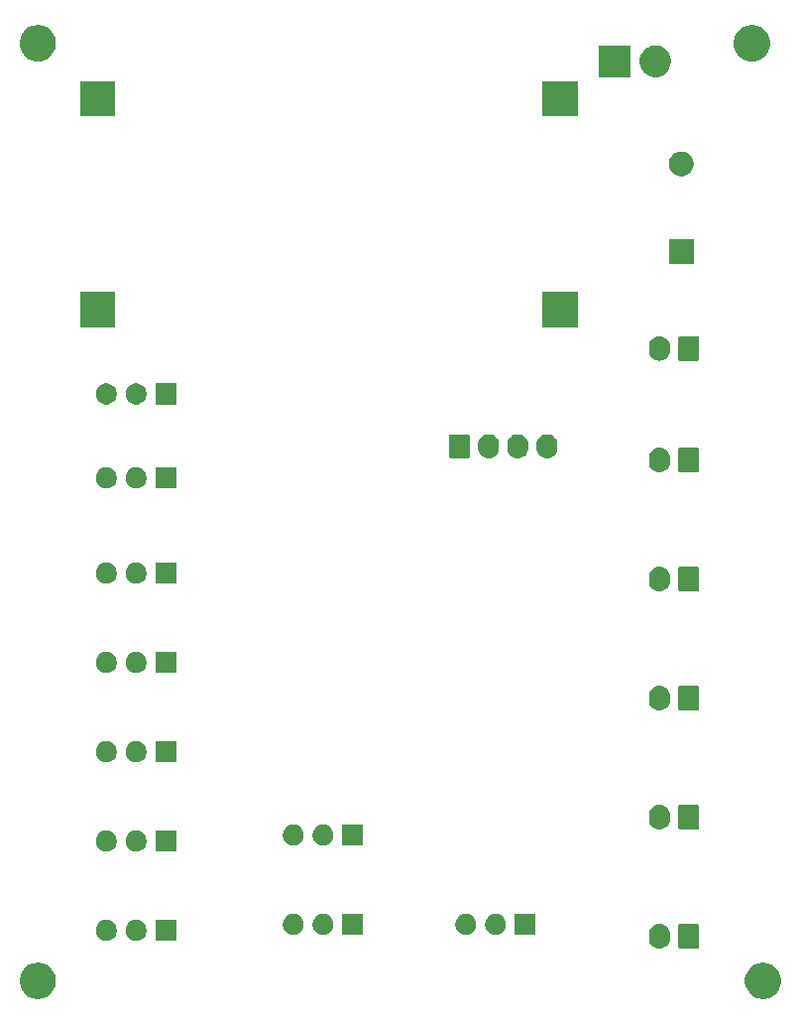
<source format=gbr>
G04 #@! TF.GenerationSoftware,KiCad,Pcbnew,5.1.5*
G04 #@! TF.CreationDate,2020-03-10T21:27:45+01:00*
G04 #@! TF.ProjectId,carte_PCA9685,63617274-655f-4504-9341-393638352e6b,rev?*
G04 #@! TF.SameCoordinates,Original*
G04 #@! TF.FileFunction,Soldermask,Bot*
G04 #@! TF.FilePolarity,Negative*
%FSLAX46Y46*%
G04 Gerber Fmt 4.6, Leading zero omitted, Abs format (unit mm)*
G04 Created by KiCad (PCBNEW 5.1.5) date 2020-03-10 21:27:45*
%MOMM*%
%LPD*%
G04 APERTURE LIST*
%ADD10C,0.100000*%
G04 APERTURE END LIST*
D10*
G36*
X187246585Y-110478802D02*
G01*
X187396410Y-110508604D01*
X187678674Y-110625521D01*
X187932705Y-110795259D01*
X188148741Y-111011295D01*
X188318479Y-111265326D01*
X188435396Y-111547590D01*
X188495000Y-111847240D01*
X188495000Y-112152760D01*
X188435396Y-112452410D01*
X188318479Y-112734674D01*
X188148741Y-112988705D01*
X187932705Y-113204741D01*
X187678674Y-113374479D01*
X187396410Y-113491396D01*
X187246585Y-113521198D01*
X187096761Y-113551000D01*
X186791239Y-113551000D01*
X186641415Y-113521198D01*
X186491590Y-113491396D01*
X186209326Y-113374479D01*
X185955295Y-113204741D01*
X185739259Y-112988705D01*
X185569521Y-112734674D01*
X185452604Y-112452410D01*
X185393000Y-112152760D01*
X185393000Y-111847240D01*
X185452604Y-111547590D01*
X185569521Y-111265326D01*
X185739259Y-111011295D01*
X185955295Y-110795259D01*
X186209326Y-110625521D01*
X186491590Y-110508604D01*
X186641415Y-110478802D01*
X186791239Y-110449000D01*
X187096761Y-110449000D01*
X187246585Y-110478802D01*
G37*
G36*
X125302585Y-110478802D02*
G01*
X125452410Y-110508604D01*
X125734674Y-110625521D01*
X125988705Y-110795259D01*
X126204741Y-111011295D01*
X126374479Y-111265326D01*
X126491396Y-111547590D01*
X126551000Y-111847240D01*
X126551000Y-112152760D01*
X126491396Y-112452410D01*
X126374479Y-112734674D01*
X126204741Y-112988705D01*
X125988705Y-113204741D01*
X125734674Y-113374479D01*
X125452410Y-113491396D01*
X125302585Y-113521198D01*
X125152761Y-113551000D01*
X124847239Y-113551000D01*
X124697415Y-113521198D01*
X124547590Y-113491396D01*
X124265326Y-113374479D01*
X124011295Y-113204741D01*
X123795259Y-112988705D01*
X123625521Y-112734674D01*
X123508604Y-112452410D01*
X123449000Y-112152760D01*
X123449000Y-111847240D01*
X123508604Y-111547590D01*
X123625521Y-111265326D01*
X123795259Y-111011295D01*
X124011295Y-110795259D01*
X124265326Y-110625521D01*
X124547590Y-110508604D01*
X124697415Y-110478802D01*
X124847239Y-110449000D01*
X125152761Y-110449000D01*
X125302585Y-110478802D01*
G37*
G36*
X178270627Y-107166037D02*
G01*
X178440466Y-107217557D01*
X178596991Y-107301222D01*
X178632729Y-107330552D01*
X178734186Y-107413814D01*
X178817448Y-107515271D01*
X178846778Y-107551009D01*
X178930443Y-107707534D01*
X178981963Y-107877374D01*
X178981963Y-107877376D01*
X178992707Y-107986456D01*
X178995000Y-108009743D01*
X178995000Y-108398258D01*
X178981963Y-108530627D01*
X178930443Y-108700466D01*
X178846778Y-108856991D01*
X178817448Y-108892729D01*
X178734186Y-108994186D01*
X178596989Y-109106779D01*
X178440467Y-109190442D01*
X178440465Y-109190443D01*
X178270626Y-109241963D01*
X178094000Y-109259359D01*
X177917373Y-109241963D01*
X177747534Y-109190443D01*
X177591009Y-109106778D01*
X177548750Y-109072097D01*
X177453814Y-108994186D01*
X177341221Y-108856989D01*
X177257558Y-108700467D01*
X177257557Y-108700465D01*
X177206037Y-108530626D01*
X177193000Y-108398257D01*
X177193000Y-108009742D01*
X177206037Y-107877373D01*
X177257557Y-107707534D01*
X177341222Y-107551009D01*
X177453815Y-107413815D01*
X177591010Y-107301222D01*
X177747535Y-107217557D01*
X177917374Y-107166037D01*
X178094000Y-107148641D01*
X178270627Y-107166037D01*
G37*
G36*
X181352600Y-107156989D02*
G01*
X181385652Y-107167015D01*
X181416103Y-107183292D01*
X181442799Y-107205201D01*
X181464708Y-107231897D01*
X181480985Y-107262348D01*
X181491011Y-107295400D01*
X181495000Y-107335903D01*
X181495000Y-109072097D01*
X181491011Y-109112600D01*
X181480985Y-109145652D01*
X181464708Y-109176103D01*
X181442799Y-109202799D01*
X181416103Y-109224708D01*
X181385652Y-109240985D01*
X181352600Y-109251011D01*
X181312097Y-109255000D01*
X179875903Y-109255000D01*
X179835400Y-109251011D01*
X179802348Y-109240985D01*
X179771897Y-109224708D01*
X179745201Y-109202799D01*
X179723292Y-109176103D01*
X179707015Y-109145652D01*
X179696989Y-109112600D01*
X179693000Y-109072097D01*
X179693000Y-107335903D01*
X179696989Y-107295400D01*
X179707015Y-107262348D01*
X179723292Y-107231897D01*
X179745201Y-107205201D01*
X179771897Y-107183292D01*
X179802348Y-107167015D01*
X179835400Y-107156989D01*
X179875903Y-107153000D01*
X181312097Y-107153000D01*
X181352600Y-107156989D01*
G37*
G36*
X136831000Y-108597000D02*
G01*
X135029000Y-108597000D01*
X135029000Y-106795000D01*
X136831000Y-106795000D01*
X136831000Y-108597000D01*
G37*
G36*
X133503512Y-106799927D02*
G01*
X133652812Y-106829624D01*
X133816784Y-106897544D01*
X133964354Y-106996147D01*
X134089853Y-107121646D01*
X134188456Y-107269216D01*
X134256376Y-107433188D01*
X134291000Y-107607259D01*
X134291000Y-107784741D01*
X134256376Y-107958812D01*
X134188456Y-108122784D01*
X134089853Y-108270354D01*
X133964354Y-108395853D01*
X133816784Y-108494456D01*
X133652812Y-108562376D01*
X133503512Y-108592073D01*
X133478742Y-108597000D01*
X133301258Y-108597000D01*
X133276488Y-108592073D01*
X133127188Y-108562376D01*
X132963216Y-108494456D01*
X132815646Y-108395853D01*
X132690147Y-108270354D01*
X132591544Y-108122784D01*
X132523624Y-107958812D01*
X132489000Y-107784741D01*
X132489000Y-107607259D01*
X132523624Y-107433188D01*
X132591544Y-107269216D01*
X132690147Y-107121646D01*
X132815646Y-106996147D01*
X132963216Y-106897544D01*
X133127188Y-106829624D01*
X133276488Y-106799927D01*
X133301258Y-106795000D01*
X133478742Y-106795000D01*
X133503512Y-106799927D01*
G37*
G36*
X130963512Y-106799927D02*
G01*
X131112812Y-106829624D01*
X131276784Y-106897544D01*
X131424354Y-106996147D01*
X131549853Y-107121646D01*
X131648456Y-107269216D01*
X131716376Y-107433188D01*
X131751000Y-107607259D01*
X131751000Y-107784741D01*
X131716376Y-107958812D01*
X131648456Y-108122784D01*
X131549853Y-108270354D01*
X131424354Y-108395853D01*
X131276784Y-108494456D01*
X131112812Y-108562376D01*
X130963512Y-108592073D01*
X130938742Y-108597000D01*
X130761258Y-108597000D01*
X130736488Y-108592073D01*
X130587188Y-108562376D01*
X130423216Y-108494456D01*
X130275646Y-108395853D01*
X130150147Y-108270354D01*
X130051544Y-108122784D01*
X129983624Y-107958812D01*
X129949000Y-107784741D01*
X129949000Y-107607259D01*
X129983624Y-107433188D01*
X130051544Y-107269216D01*
X130150147Y-107121646D01*
X130275646Y-106996147D01*
X130423216Y-106897544D01*
X130587188Y-106829624D01*
X130736488Y-106799927D01*
X130761258Y-106795000D01*
X130938742Y-106795000D01*
X130963512Y-106799927D01*
G37*
G36*
X164197512Y-106291927D02*
G01*
X164346812Y-106321624D01*
X164510784Y-106389544D01*
X164658354Y-106488147D01*
X164783853Y-106613646D01*
X164882456Y-106761216D01*
X164950376Y-106925188D01*
X164985000Y-107099259D01*
X164985000Y-107276741D01*
X164950376Y-107450812D01*
X164882456Y-107614784D01*
X164783853Y-107762354D01*
X164658354Y-107887853D01*
X164510784Y-107986456D01*
X164346812Y-108054376D01*
X164197512Y-108084073D01*
X164172742Y-108089000D01*
X163995258Y-108089000D01*
X163970488Y-108084073D01*
X163821188Y-108054376D01*
X163657216Y-107986456D01*
X163509646Y-107887853D01*
X163384147Y-107762354D01*
X163285544Y-107614784D01*
X163217624Y-107450812D01*
X163183000Y-107276741D01*
X163183000Y-107099259D01*
X163217624Y-106925188D01*
X163285544Y-106761216D01*
X163384147Y-106613646D01*
X163509646Y-106488147D01*
X163657216Y-106389544D01*
X163821188Y-106321624D01*
X163970488Y-106291927D01*
X163995258Y-106287000D01*
X164172742Y-106287000D01*
X164197512Y-106291927D01*
G37*
G36*
X167525000Y-108089000D02*
G01*
X165723000Y-108089000D01*
X165723000Y-106287000D01*
X167525000Y-106287000D01*
X167525000Y-108089000D01*
G37*
G36*
X146925512Y-106291927D02*
G01*
X147074812Y-106321624D01*
X147238784Y-106389544D01*
X147386354Y-106488147D01*
X147511853Y-106613646D01*
X147610456Y-106761216D01*
X147678376Y-106925188D01*
X147713000Y-107099259D01*
X147713000Y-107276741D01*
X147678376Y-107450812D01*
X147610456Y-107614784D01*
X147511853Y-107762354D01*
X147386354Y-107887853D01*
X147238784Y-107986456D01*
X147074812Y-108054376D01*
X146925512Y-108084073D01*
X146900742Y-108089000D01*
X146723258Y-108089000D01*
X146698488Y-108084073D01*
X146549188Y-108054376D01*
X146385216Y-107986456D01*
X146237646Y-107887853D01*
X146112147Y-107762354D01*
X146013544Y-107614784D01*
X145945624Y-107450812D01*
X145911000Y-107276741D01*
X145911000Y-107099259D01*
X145945624Y-106925188D01*
X146013544Y-106761216D01*
X146112147Y-106613646D01*
X146237646Y-106488147D01*
X146385216Y-106389544D01*
X146549188Y-106321624D01*
X146698488Y-106291927D01*
X146723258Y-106287000D01*
X146900742Y-106287000D01*
X146925512Y-106291927D01*
G37*
G36*
X149465512Y-106291927D02*
G01*
X149614812Y-106321624D01*
X149778784Y-106389544D01*
X149926354Y-106488147D01*
X150051853Y-106613646D01*
X150150456Y-106761216D01*
X150218376Y-106925188D01*
X150253000Y-107099259D01*
X150253000Y-107276741D01*
X150218376Y-107450812D01*
X150150456Y-107614784D01*
X150051853Y-107762354D01*
X149926354Y-107887853D01*
X149778784Y-107986456D01*
X149614812Y-108054376D01*
X149465512Y-108084073D01*
X149440742Y-108089000D01*
X149263258Y-108089000D01*
X149238488Y-108084073D01*
X149089188Y-108054376D01*
X148925216Y-107986456D01*
X148777646Y-107887853D01*
X148652147Y-107762354D01*
X148553544Y-107614784D01*
X148485624Y-107450812D01*
X148451000Y-107276741D01*
X148451000Y-107099259D01*
X148485624Y-106925188D01*
X148553544Y-106761216D01*
X148652147Y-106613646D01*
X148777646Y-106488147D01*
X148925216Y-106389544D01*
X149089188Y-106321624D01*
X149238488Y-106291927D01*
X149263258Y-106287000D01*
X149440742Y-106287000D01*
X149465512Y-106291927D01*
G37*
G36*
X152793000Y-108089000D02*
G01*
X150991000Y-108089000D01*
X150991000Y-106287000D01*
X152793000Y-106287000D01*
X152793000Y-108089000D01*
G37*
G36*
X161657512Y-106291927D02*
G01*
X161806812Y-106321624D01*
X161970784Y-106389544D01*
X162118354Y-106488147D01*
X162243853Y-106613646D01*
X162342456Y-106761216D01*
X162410376Y-106925188D01*
X162445000Y-107099259D01*
X162445000Y-107276741D01*
X162410376Y-107450812D01*
X162342456Y-107614784D01*
X162243853Y-107762354D01*
X162118354Y-107887853D01*
X161970784Y-107986456D01*
X161806812Y-108054376D01*
X161657512Y-108084073D01*
X161632742Y-108089000D01*
X161455258Y-108089000D01*
X161430488Y-108084073D01*
X161281188Y-108054376D01*
X161117216Y-107986456D01*
X160969646Y-107887853D01*
X160844147Y-107762354D01*
X160745544Y-107614784D01*
X160677624Y-107450812D01*
X160643000Y-107276741D01*
X160643000Y-107099259D01*
X160677624Y-106925188D01*
X160745544Y-106761216D01*
X160844147Y-106613646D01*
X160969646Y-106488147D01*
X161117216Y-106389544D01*
X161281188Y-106321624D01*
X161430488Y-106291927D01*
X161455258Y-106287000D01*
X161632742Y-106287000D01*
X161657512Y-106291927D01*
G37*
G36*
X130963512Y-99179927D02*
G01*
X131112812Y-99209624D01*
X131276784Y-99277544D01*
X131424354Y-99376147D01*
X131549853Y-99501646D01*
X131648456Y-99649216D01*
X131716376Y-99813188D01*
X131751000Y-99987259D01*
X131751000Y-100164741D01*
X131716376Y-100338812D01*
X131648456Y-100502784D01*
X131549853Y-100650354D01*
X131424354Y-100775853D01*
X131276784Y-100874456D01*
X131112812Y-100942376D01*
X130963512Y-100972073D01*
X130938742Y-100977000D01*
X130761258Y-100977000D01*
X130736488Y-100972073D01*
X130587188Y-100942376D01*
X130423216Y-100874456D01*
X130275646Y-100775853D01*
X130150147Y-100650354D01*
X130051544Y-100502784D01*
X129983624Y-100338812D01*
X129949000Y-100164741D01*
X129949000Y-99987259D01*
X129983624Y-99813188D01*
X130051544Y-99649216D01*
X130150147Y-99501646D01*
X130275646Y-99376147D01*
X130423216Y-99277544D01*
X130587188Y-99209624D01*
X130736488Y-99179927D01*
X130761258Y-99175000D01*
X130938742Y-99175000D01*
X130963512Y-99179927D01*
G37*
G36*
X133503512Y-99179927D02*
G01*
X133652812Y-99209624D01*
X133816784Y-99277544D01*
X133964354Y-99376147D01*
X134089853Y-99501646D01*
X134188456Y-99649216D01*
X134256376Y-99813188D01*
X134291000Y-99987259D01*
X134291000Y-100164741D01*
X134256376Y-100338812D01*
X134188456Y-100502784D01*
X134089853Y-100650354D01*
X133964354Y-100775853D01*
X133816784Y-100874456D01*
X133652812Y-100942376D01*
X133503512Y-100972073D01*
X133478742Y-100977000D01*
X133301258Y-100977000D01*
X133276488Y-100972073D01*
X133127188Y-100942376D01*
X132963216Y-100874456D01*
X132815646Y-100775853D01*
X132690147Y-100650354D01*
X132591544Y-100502784D01*
X132523624Y-100338812D01*
X132489000Y-100164741D01*
X132489000Y-99987259D01*
X132523624Y-99813188D01*
X132591544Y-99649216D01*
X132690147Y-99501646D01*
X132815646Y-99376147D01*
X132963216Y-99277544D01*
X133127188Y-99209624D01*
X133276488Y-99179927D01*
X133301258Y-99175000D01*
X133478742Y-99175000D01*
X133503512Y-99179927D01*
G37*
G36*
X136831000Y-100977000D02*
G01*
X135029000Y-100977000D01*
X135029000Y-99175000D01*
X136831000Y-99175000D01*
X136831000Y-100977000D01*
G37*
G36*
X146925512Y-98671927D02*
G01*
X147074812Y-98701624D01*
X147238784Y-98769544D01*
X147386354Y-98868147D01*
X147511853Y-98993646D01*
X147610456Y-99141216D01*
X147678376Y-99305188D01*
X147713000Y-99479259D01*
X147713000Y-99656741D01*
X147678376Y-99830812D01*
X147610456Y-99994784D01*
X147511853Y-100142354D01*
X147386354Y-100267853D01*
X147238784Y-100366456D01*
X147074812Y-100434376D01*
X146925512Y-100464073D01*
X146900742Y-100469000D01*
X146723258Y-100469000D01*
X146698488Y-100464073D01*
X146549188Y-100434376D01*
X146385216Y-100366456D01*
X146237646Y-100267853D01*
X146112147Y-100142354D01*
X146013544Y-99994784D01*
X145945624Y-99830812D01*
X145911000Y-99656741D01*
X145911000Y-99479259D01*
X145945624Y-99305188D01*
X146013544Y-99141216D01*
X146112147Y-98993646D01*
X146237646Y-98868147D01*
X146385216Y-98769544D01*
X146549188Y-98701624D01*
X146698488Y-98671927D01*
X146723258Y-98667000D01*
X146900742Y-98667000D01*
X146925512Y-98671927D01*
G37*
G36*
X149465512Y-98671927D02*
G01*
X149614812Y-98701624D01*
X149778784Y-98769544D01*
X149926354Y-98868147D01*
X150051853Y-98993646D01*
X150150456Y-99141216D01*
X150218376Y-99305188D01*
X150253000Y-99479259D01*
X150253000Y-99656741D01*
X150218376Y-99830812D01*
X150150456Y-99994784D01*
X150051853Y-100142354D01*
X149926354Y-100267853D01*
X149778784Y-100366456D01*
X149614812Y-100434376D01*
X149465512Y-100464073D01*
X149440742Y-100469000D01*
X149263258Y-100469000D01*
X149238488Y-100464073D01*
X149089188Y-100434376D01*
X148925216Y-100366456D01*
X148777646Y-100267853D01*
X148652147Y-100142354D01*
X148553544Y-99994784D01*
X148485624Y-99830812D01*
X148451000Y-99656741D01*
X148451000Y-99479259D01*
X148485624Y-99305188D01*
X148553544Y-99141216D01*
X148652147Y-98993646D01*
X148777646Y-98868147D01*
X148925216Y-98769544D01*
X149089188Y-98701624D01*
X149238488Y-98671927D01*
X149263258Y-98667000D01*
X149440742Y-98667000D01*
X149465512Y-98671927D01*
G37*
G36*
X152793000Y-100469000D02*
G01*
X150991000Y-100469000D01*
X150991000Y-98667000D01*
X152793000Y-98667000D01*
X152793000Y-100469000D01*
G37*
G36*
X178270627Y-97006037D02*
G01*
X178440466Y-97057557D01*
X178596991Y-97141222D01*
X178632729Y-97170552D01*
X178734186Y-97253814D01*
X178817448Y-97355271D01*
X178846778Y-97391009D01*
X178930443Y-97547534D01*
X178981963Y-97717374D01*
X178995000Y-97849743D01*
X178995000Y-98238258D01*
X178981963Y-98370627D01*
X178930443Y-98540466D01*
X178846778Y-98696991D01*
X178817448Y-98732729D01*
X178734186Y-98834186D01*
X178596989Y-98946779D01*
X178440467Y-99030442D01*
X178440465Y-99030443D01*
X178270626Y-99081963D01*
X178094000Y-99099359D01*
X177917373Y-99081963D01*
X177747534Y-99030443D01*
X177591009Y-98946778D01*
X177548750Y-98912097D01*
X177453814Y-98834186D01*
X177341221Y-98696989D01*
X177257558Y-98540467D01*
X177257557Y-98540465D01*
X177206037Y-98370626D01*
X177193000Y-98238257D01*
X177193000Y-97849742D01*
X177206037Y-97717373D01*
X177257557Y-97547534D01*
X177341222Y-97391009D01*
X177453815Y-97253815D01*
X177591010Y-97141222D01*
X177747535Y-97057557D01*
X177917374Y-97006037D01*
X178094000Y-96988641D01*
X178270627Y-97006037D01*
G37*
G36*
X181352600Y-96996989D02*
G01*
X181385652Y-97007015D01*
X181416103Y-97023292D01*
X181442799Y-97045201D01*
X181464708Y-97071897D01*
X181480985Y-97102348D01*
X181491011Y-97135400D01*
X181495000Y-97175903D01*
X181495000Y-98912097D01*
X181491011Y-98952600D01*
X181480985Y-98985652D01*
X181464708Y-99016103D01*
X181442799Y-99042799D01*
X181416103Y-99064708D01*
X181385652Y-99080985D01*
X181352600Y-99091011D01*
X181312097Y-99095000D01*
X179875903Y-99095000D01*
X179835400Y-99091011D01*
X179802348Y-99080985D01*
X179771897Y-99064708D01*
X179745201Y-99042799D01*
X179723292Y-99016103D01*
X179707015Y-98985652D01*
X179696989Y-98952600D01*
X179693000Y-98912097D01*
X179693000Y-97175903D01*
X179696989Y-97135400D01*
X179707015Y-97102348D01*
X179723292Y-97071897D01*
X179745201Y-97045201D01*
X179771897Y-97023292D01*
X179802348Y-97007015D01*
X179835400Y-96996989D01*
X179875903Y-96993000D01*
X181312097Y-96993000D01*
X181352600Y-96996989D01*
G37*
G36*
X130963512Y-91559927D02*
G01*
X131112812Y-91589624D01*
X131276784Y-91657544D01*
X131424354Y-91756147D01*
X131549853Y-91881646D01*
X131648456Y-92029216D01*
X131716376Y-92193188D01*
X131751000Y-92367259D01*
X131751000Y-92544741D01*
X131716376Y-92718812D01*
X131648456Y-92882784D01*
X131549853Y-93030354D01*
X131424354Y-93155853D01*
X131276784Y-93254456D01*
X131112812Y-93322376D01*
X130963512Y-93352073D01*
X130938742Y-93357000D01*
X130761258Y-93357000D01*
X130736488Y-93352073D01*
X130587188Y-93322376D01*
X130423216Y-93254456D01*
X130275646Y-93155853D01*
X130150147Y-93030354D01*
X130051544Y-92882784D01*
X129983624Y-92718812D01*
X129949000Y-92544741D01*
X129949000Y-92367259D01*
X129983624Y-92193188D01*
X130051544Y-92029216D01*
X130150147Y-91881646D01*
X130275646Y-91756147D01*
X130423216Y-91657544D01*
X130587188Y-91589624D01*
X130736488Y-91559927D01*
X130761258Y-91555000D01*
X130938742Y-91555000D01*
X130963512Y-91559927D01*
G37*
G36*
X133503512Y-91559927D02*
G01*
X133652812Y-91589624D01*
X133816784Y-91657544D01*
X133964354Y-91756147D01*
X134089853Y-91881646D01*
X134188456Y-92029216D01*
X134256376Y-92193188D01*
X134291000Y-92367259D01*
X134291000Y-92544741D01*
X134256376Y-92718812D01*
X134188456Y-92882784D01*
X134089853Y-93030354D01*
X133964354Y-93155853D01*
X133816784Y-93254456D01*
X133652812Y-93322376D01*
X133503512Y-93352073D01*
X133478742Y-93357000D01*
X133301258Y-93357000D01*
X133276488Y-93352073D01*
X133127188Y-93322376D01*
X132963216Y-93254456D01*
X132815646Y-93155853D01*
X132690147Y-93030354D01*
X132591544Y-92882784D01*
X132523624Y-92718812D01*
X132489000Y-92544741D01*
X132489000Y-92367259D01*
X132523624Y-92193188D01*
X132591544Y-92029216D01*
X132690147Y-91881646D01*
X132815646Y-91756147D01*
X132963216Y-91657544D01*
X133127188Y-91589624D01*
X133276488Y-91559927D01*
X133301258Y-91555000D01*
X133478742Y-91555000D01*
X133503512Y-91559927D01*
G37*
G36*
X136831000Y-93357000D02*
G01*
X135029000Y-93357000D01*
X135029000Y-91555000D01*
X136831000Y-91555000D01*
X136831000Y-93357000D01*
G37*
G36*
X178270627Y-86846037D02*
G01*
X178440466Y-86897557D01*
X178596991Y-86981222D01*
X178632729Y-87010552D01*
X178734186Y-87093814D01*
X178817448Y-87195271D01*
X178846778Y-87231009D01*
X178930443Y-87387534D01*
X178981963Y-87557374D01*
X178995000Y-87689743D01*
X178995000Y-88078258D01*
X178981963Y-88210627D01*
X178930443Y-88380466D01*
X178846778Y-88536991D01*
X178817448Y-88572729D01*
X178734186Y-88674186D01*
X178596989Y-88786779D01*
X178440467Y-88870442D01*
X178440465Y-88870443D01*
X178270626Y-88921963D01*
X178094000Y-88939359D01*
X177917373Y-88921963D01*
X177747534Y-88870443D01*
X177591009Y-88786778D01*
X177548750Y-88752097D01*
X177453814Y-88674186D01*
X177341221Y-88536989D01*
X177257558Y-88380467D01*
X177257557Y-88380465D01*
X177206037Y-88210626D01*
X177193000Y-88078257D01*
X177193000Y-87689742D01*
X177206037Y-87557373D01*
X177257557Y-87387534D01*
X177341222Y-87231009D01*
X177453815Y-87093815D01*
X177591010Y-86981222D01*
X177747535Y-86897557D01*
X177917374Y-86846037D01*
X178094000Y-86828641D01*
X178270627Y-86846037D01*
G37*
G36*
X181352600Y-86836989D02*
G01*
X181385652Y-86847015D01*
X181416103Y-86863292D01*
X181442799Y-86885201D01*
X181464708Y-86911897D01*
X181480985Y-86942348D01*
X181491011Y-86975400D01*
X181495000Y-87015903D01*
X181495000Y-88752097D01*
X181491011Y-88792600D01*
X181480985Y-88825652D01*
X181464708Y-88856103D01*
X181442799Y-88882799D01*
X181416103Y-88904708D01*
X181385652Y-88920985D01*
X181352600Y-88931011D01*
X181312097Y-88935000D01*
X179875903Y-88935000D01*
X179835400Y-88931011D01*
X179802348Y-88920985D01*
X179771897Y-88904708D01*
X179745201Y-88882799D01*
X179723292Y-88856103D01*
X179707015Y-88825652D01*
X179696989Y-88792600D01*
X179693000Y-88752097D01*
X179693000Y-87015903D01*
X179696989Y-86975400D01*
X179707015Y-86942348D01*
X179723292Y-86911897D01*
X179745201Y-86885201D01*
X179771897Y-86863292D01*
X179802348Y-86847015D01*
X179835400Y-86836989D01*
X179875903Y-86833000D01*
X181312097Y-86833000D01*
X181352600Y-86836989D01*
G37*
G36*
X133503512Y-83939927D02*
G01*
X133652812Y-83969624D01*
X133816784Y-84037544D01*
X133964354Y-84136147D01*
X134089853Y-84261646D01*
X134188456Y-84409216D01*
X134256376Y-84573188D01*
X134291000Y-84747259D01*
X134291000Y-84924741D01*
X134256376Y-85098812D01*
X134188456Y-85262784D01*
X134089853Y-85410354D01*
X133964354Y-85535853D01*
X133816784Y-85634456D01*
X133652812Y-85702376D01*
X133503512Y-85732073D01*
X133478742Y-85737000D01*
X133301258Y-85737000D01*
X133276488Y-85732073D01*
X133127188Y-85702376D01*
X132963216Y-85634456D01*
X132815646Y-85535853D01*
X132690147Y-85410354D01*
X132591544Y-85262784D01*
X132523624Y-85098812D01*
X132489000Y-84924741D01*
X132489000Y-84747259D01*
X132523624Y-84573188D01*
X132591544Y-84409216D01*
X132690147Y-84261646D01*
X132815646Y-84136147D01*
X132963216Y-84037544D01*
X133127188Y-83969624D01*
X133276488Y-83939927D01*
X133301258Y-83935000D01*
X133478742Y-83935000D01*
X133503512Y-83939927D01*
G37*
G36*
X136831000Y-85737000D02*
G01*
X135029000Y-85737000D01*
X135029000Y-83935000D01*
X136831000Y-83935000D01*
X136831000Y-85737000D01*
G37*
G36*
X130963512Y-83939927D02*
G01*
X131112812Y-83969624D01*
X131276784Y-84037544D01*
X131424354Y-84136147D01*
X131549853Y-84261646D01*
X131648456Y-84409216D01*
X131716376Y-84573188D01*
X131751000Y-84747259D01*
X131751000Y-84924741D01*
X131716376Y-85098812D01*
X131648456Y-85262784D01*
X131549853Y-85410354D01*
X131424354Y-85535853D01*
X131276784Y-85634456D01*
X131112812Y-85702376D01*
X130963512Y-85732073D01*
X130938742Y-85737000D01*
X130761258Y-85737000D01*
X130736488Y-85732073D01*
X130587188Y-85702376D01*
X130423216Y-85634456D01*
X130275646Y-85535853D01*
X130150147Y-85410354D01*
X130051544Y-85262784D01*
X129983624Y-85098812D01*
X129949000Y-84924741D01*
X129949000Y-84747259D01*
X129983624Y-84573188D01*
X130051544Y-84409216D01*
X130150147Y-84261646D01*
X130275646Y-84136147D01*
X130423216Y-84037544D01*
X130587188Y-83969624D01*
X130736488Y-83939927D01*
X130761258Y-83935000D01*
X130938742Y-83935000D01*
X130963512Y-83939927D01*
G37*
G36*
X178270627Y-76686037D02*
G01*
X178440466Y-76737557D01*
X178596991Y-76821222D01*
X178632729Y-76850552D01*
X178734186Y-76933814D01*
X178817448Y-77035271D01*
X178846778Y-77071009D01*
X178930443Y-77227534D01*
X178981963Y-77397374D01*
X178995000Y-77529743D01*
X178995000Y-77918258D01*
X178981963Y-78050627D01*
X178930443Y-78220466D01*
X178846778Y-78376991D01*
X178817448Y-78412729D01*
X178734186Y-78514186D01*
X178596989Y-78626779D01*
X178440467Y-78710442D01*
X178440465Y-78710443D01*
X178270626Y-78761963D01*
X178094000Y-78779359D01*
X177917373Y-78761963D01*
X177747534Y-78710443D01*
X177591009Y-78626778D01*
X177548750Y-78592097D01*
X177453814Y-78514186D01*
X177341221Y-78376989D01*
X177257558Y-78220467D01*
X177257557Y-78220465D01*
X177206037Y-78050626D01*
X177193000Y-77918257D01*
X177193000Y-77529742D01*
X177206037Y-77397373D01*
X177257557Y-77227534D01*
X177341222Y-77071009D01*
X177453815Y-76933815D01*
X177591010Y-76821222D01*
X177747535Y-76737557D01*
X177917374Y-76686037D01*
X178094000Y-76668641D01*
X178270627Y-76686037D01*
G37*
G36*
X181352600Y-76676989D02*
G01*
X181385652Y-76687015D01*
X181416103Y-76703292D01*
X181442799Y-76725201D01*
X181464708Y-76751897D01*
X181480985Y-76782348D01*
X181491011Y-76815400D01*
X181495000Y-76855903D01*
X181495000Y-78592097D01*
X181491011Y-78632600D01*
X181480985Y-78665652D01*
X181464708Y-78696103D01*
X181442799Y-78722799D01*
X181416103Y-78744708D01*
X181385652Y-78760985D01*
X181352600Y-78771011D01*
X181312097Y-78775000D01*
X179875903Y-78775000D01*
X179835400Y-78771011D01*
X179802348Y-78760985D01*
X179771897Y-78744708D01*
X179745201Y-78722799D01*
X179723292Y-78696103D01*
X179707015Y-78665652D01*
X179696989Y-78632600D01*
X179693000Y-78592097D01*
X179693000Y-76855903D01*
X179696989Y-76815400D01*
X179707015Y-76782348D01*
X179723292Y-76751897D01*
X179745201Y-76725201D01*
X179771897Y-76703292D01*
X179802348Y-76687015D01*
X179835400Y-76676989D01*
X179875903Y-76673000D01*
X181312097Y-76673000D01*
X181352600Y-76676989D01*
G37*
G36*
X133503512Y-76319927D02*
G01*
X133652812Y-76349624D01*
X133816784Y-76417544D01*
X133964354Y-76516147D01*
X134089853Y-76641646D01*
X134188456Y-76789216D01*
X134256376Y-76953188D01*
X134291000Y-77127259D01*
X134291000Y-77304741D01*
X134256376Y-77478812D01*
X134188456Y-77642784D01*
X134089853Y-77790354D01*
X133964354Y-77915853D01*
X133816784Y-78014456D01*
X133652812Y-78082376D01*
X133503512Y-78112073D01*
X133478742Y-78117000D01*
X133301258Y-78117000D01*
X133276488Y-78112073D01*
X133127188Y-78082376D01*
X132963216Y-78014456D01*
X132815646Y-77915853D01*
X132690147Y-77790354D01*
X132591544Y-77642784D01*
X132523624Y-77478812D01*
X132489000Y-77304741D01*
X132489000Y-77127259D01*
X132523624Y-76953188D01*
X132591544Y-76789216D01*
X132690147Y-76641646D01*
X132815646Y-76516147D01*
X132963216Y-76417544D01*
X133127188Y-76349624D01*
X133276488Y-76319927D01*
X133301258Y-76315000D01*
X133478742Y-76315000D01*
X133503512Y-76319927D01*
G37*
G36*
X130963512Y-76319927D02*
G01*
X131112812Y-76349624D01*
X131276784Y-76417544D01*
X131424354Y-76516147D01*
X131549853Y-76641646D01*
X131648456Y-76789216D01*
X131716376Y-76953188D01*
X131751000Y-77127259D01*
X131751000Y-77304741D01*
X131716376Y-77478812D01*
X131648456Y-77642784D01*
X131549853Y-77790354D01*
X131424354Y-77915853D01*
X131276784Y-78014456D01*
X131112812Y-78082376D01*
X130963512Y-78112073D01*
X130938742Y-78117000D01*
X130761258Y-78117000D01*
X130736488Y-78112073D01*
X130587188Y-78082376D01*
X130423216Y-78014456D01*
X130275646Y-77915853D01*
X130150147Y-77790354D01*
X130051544Y-77642784D01*
X129983624Y-77478812D01*
X129949000Y-77304741D01*
X129949000Y-77127259D01*
X129983624Y-76953188D01*
X130051544Y-76789216D01*
X130150147Y-76641646D01*
X130275646Y-76516147D01*
X130423216Y-76417544D01*
X130587188Y-76349624D01*
X130736488Y-76319927D01*
X130761258Y-76315000D01*
X130938742Y-76315000D01*
X130963512Y-76319927D01*
G37*
G36*
X136831000Y-78117000D02*
G01*
X135029000Y-78117000D01*
X135029000Y-76315000D01*
X136831000Y-76315000D01*
X136831000Y-78117000D01*
G37*
G36*
X130963512Y-68191927D02*
G01*
X131112812Y-68221624D01*
X131276784Y-68289544D01*
X131424354Y-68388147D01*
X131549853Y-68513646D01*
X131648456Y-68661216D01*
X131716376Y-68825188D01*
X131751000Y-68999259D01*
X131751000Y-69176741D01*
X131716376Y-69350812D01*
X131648456Y-69514784D01*
X131549853Y-69662354D01*
X131424354Y-69787853D01*
X131276784Y-69886456D01*
X131112812Y-69954376D01*
X130963512Y-69984073D01*
X130938742Y-69989000D01*
X130761258Y-69989000D01*
X130736488Y-69984073D01*
X130587188Y-69954376D01*
X130423216Y-69886456D01*
X130275646Y-69787853D01*
X130150147Y-69662354D01*
X130051544Y-69514784D01*
X129983624Y-69350812D01*
X129949000Y-69176741D01*
X129949000Y-68999259D01*
X129983624Y-68825188D01*
X130051544Y-68661216D01*
X130150147Y-68513646D01*
X130275646Y-68388147D01*
X130423216Y-68289544D01*
X130587188Y-68221624D01*
X130736488Y-68191927D01*
X130761258Y-68187000D01*
X130938742Y-68187000D01*
X130963512Y-68191927D01*
G37*
G36*
X133503512Y-68191927D02*
G01*
X133652812Y-68221624D01*
X133816784Y-68289544D01*
X133964354Y-68388147D01*
X134089853Y-68513646D01*
X134188456Y-68661216D01*
X134256376Y-68825188D01*
X134291000Y-68999259D01*
X134291000Y-69176741D01*
X134256376Y-69350812D01*
X134188456Y-69514784D01*
X134089853Y-69662354D01*
X133964354Y-69787853D01*
X133816784Y-69886456D01*
X133652812Y-69954376D01*
X133503512Y-69984073D01*
X133478742Y-69989000D01*
X133301258Y-69989000D01*
X133276488Y-69984073D01*
X133127188Y-69954376D01*
X132963216Y-69886456D01*
X132815646Y-69787853D01*
X132690147Y-69662354D01*
X132591544Y-69514784D01*
X132523624Y-69350812D01*
X132489000Y-69176741D01*
X132489000Y-68999259D01*
X132523624Y-68825188D01*
X132591544Y-68661216D01*
X132690147Y-68513646D01*
X132815646Y-68388147D01*
X132963216Y-68289544D01*
X133127188Y-68221624D01*
X133276488Y-68191927D01*
X133301258Y-68187000D01*
X133478742Y-68187000D01*
X133503512Y-68191927D01*
G37*
G36*
X136831000Y-69989000D02*
G01*
X135029000Y-69989000D01*
X135029000Y-68187000D01*
X136831000Y-68187000D01*
X136831000Y-69989000D01*
G37*
G36*
X178270627Y-66526037D02*
G01*
X178440466Y-66577557D01*
X178596991Y-66661222D01*
X178621852Y-66681625D01*
X178734186Y-66773814D01*
X178797912Y-66851466D01*
X178846778Y-66911009D01*
X178930443Y-67067534D01*
X178981963Y-67237374D01*
X178983973Y-67257779D01*
X178990927Y-67328383D01*
X178995000Y-67369743D01*
X178995000Y-67758258D01*
X178981963Y-67890627D01*
X178930443Y-68060466D01*
X178846778Y-68216991D01*
X178817448Y-68252729D01*
X178734186Y-68354186D01*
X178596989Y-68466779D01*
X178440467Y-68550442D01*
X178440465Y-68550443D01*
X178270626Y-68601963D01*
X178094000Y-68619359D01*
X177917373Y-68601963D01*
X177747534Y-68550443D01*
X177591009Y-68466778D01*
X177548750Y-68432097D01*
X177453814Y-68354186D01*
X177341221Y-68216989D01*
X177257558Y-68060467D01*
X177257557Y-68060465D01*
X177206037Y-67890626D01*
X177193000Y-67758257D01*
X177193000Y-67369742D01*
X177193828Y-67361339D01*
X177200199Y-67296652D01*
X177206037Y-67237373D01*
X177257557Y-67067534D01*
X177341222Y-66911009D01*
X177453815Y-66773815D01*
X177591010Y-66661222D01*
X177747535Y-66577557D01*
X177917374Y-66526037D01*
X178094000Y-66508641D01*
X178270627Y-66526037D01*
G37*
G36*
X181352600Y-66516989D02*
G01*
X181385652Y-66527015D01*
X181416103Y-66543292D01*
X181442799Y-66565201D01*
X181464708Y-66591897D01*
X181480985Y-66622348D01*
X181491011Y-66655400D01*
X181495000Y-66695903D01*
X181495000Y-68432097D01*
X181491011Y-68472600D01*
X181480985Y-68505652D01*
X181464708Y-68536103D01*
X181442799Y-68562799D01*
X181416103Y-68584708D01*
X181385652Y-68600985D01*
X181352600Y-68611011D01*
X181312097Y-68615000D01*
X179875903Y-68615000D01*
X179835400Y-68611011D01*
X179802348Y-68600985D01*
X179771897Y-68584708D01*
X179745201Y-68562799D01*
X179723292Y-68536103D01*
X179707015Y-68505652D01*
X179696989Y-68472600D01*
X179693000Y-68432097D01*
X179693000Y-66695903D01*
X179696989Y-66655400D01*
X179707015Y-66622348D01*
X179723292Y-66591897D01*
X179745201Y-66565201D01*
X179771897Y-66543292D01*
X179802348Y-66527015D01*
X179835400Y-66516989D01*
X179875903Y-66513000D01*
X181312097Y-66513000D01*
X181352600Y-66516989D01*
G37*
G36*
X168666626Y-65367037D02*
G01*
X168836465Y-65418557D01*
X168836467Y-65418558D01*
X168992989Y-65502221D01*
X169130186Y-65614814D01*
X169213448Y-65716271D01*
X169242778Y-65752009D01*
X169326443Y-65908534D01*
X169377963Y-66078373D01*
X169377963Y-66078375D01*
X169391000Y-66210740D01*
X169391000Y-66549259D01*
X169386800Y-66591897D01*
X169377963Y-66681626D01*
X169326443Y-66851466D01*
X169242778Y-67007991D01*
X169213448Y-67043729D01*
X169130186Y-67145186D01*
X169035250Y-67223097D01*
X168992991Y-67257778D01*
X168836466Y-67341443D01*
X168666627Y-67392963D01*
X168490000Y-67410359D01*
X168313374Y-67392963D01*
X168143535Y-67341443D01*
X167987010Y-67257778D01*
X167849815Y-67145185D01*
X167737222Y-67007991D01*
X167653557Y-66851466D01*
X167602037Y-66681627D01*
X167595518Y-66615442D01*
X167589000Y-66549260D01*
X167589000Y-66210741D01*
X167602037Y-66078376D01*
X167602037Y-66078374D01*
X167653557Y-65908535D01*
X167737222Y-65752010D01*
X167737223Y-65752009D01*
X167849814Y-65614814D01*
X167951271Y-65531552D01*
X167987009Y-65502222D01*
X168143534Y-65418557D01*
X168313373Y-65367037D01*
X168490000Y-65349641D01*
X168666626Y-65367037D01*
G37*
G36*
X163666626Y-65367037D02*
G01*
X163836465Y-65418557D01*
X163836467Y-65418558D01*
X163992989Y-65502221D01*
X164130186Y-65614814D01*
X164213448Y-65716271D01*
X164242778Y-65752009D01*
X164326443Y-65908534D01*
X164377963Y-66078373D01*
X164377963Y-66078375D01*
X164391000Y-66210740D01*
X164391000Y-66549259D01*
X164386800Y-66591897D01*
X164377963Y-66681626D01*
X164326443Y-66851466D01*
X164242778Y-67007991D01*
X164213448Y-67043729D01*
X164130186Y-67145186D01*
X164035250Y-67223097D01*
X163992991Y-67257778D01*
X163836466Y-67341443D01*
X163666627Y-67392963D01*
X163490000Y-67410359D01*
X163313374Y-67392963D01*
X163143535Y-67341443D01*
X162987010Y-67257778D01*
X162849815Y-67145185D01*
X162737222Y-67007991D01*
X162653557Y-66851466D01*
X162602037Y-66681627D01*
X162595518Y-66615442D01*
X162589000Y-66549260D01*
X162589000Y-66210741D01*
X162602037Y-66078376D01*
X162602037Y-66078374D01*
X162653557Y-65908535D01*
X162737222Y-65752010D01*
X162737223Y-65752009D01*
X162849814Y-65614814D01*
X162951271Y-65531552D01*
X162987009Y-65502222D01*
X163143534Y-65418557D01*
X163313373Y-65367037D01*
X163490000Y-65349641D01*
X163666626Y-65367037D01*
G37*
G36*
X166166626Y-65367037D02*
G01*
X166336465Y-65418557D01*
X166336467Y-65418558D01*
X166492989Y-65502221D01*
X166630186Y-65614814D01*
X166713448Y-65716271D01*
X166742778Y-65752009D01*
X166826443Y-65908534D01*
X166877963Y-66078373D01*
X166877963Y-66078375D01*
X166891000Y-66210740D01*
X166891000Y-66549259D01*
X166886800Y-66591897D01*
X166877963Y-66681626D01*
X166826443Y-66851466D01*
X166742778Y-67007991D01*
X166713448Y-67043729D01*
X166630186Y-67145186D01*
X166535250Y-67223097D01*
X166492991Y-67257778D01*
X166336466Y-67341443D01*
X166166627Y-67392963D01*
X165990000Y-67410359D01*
X165813374Y-67392963D01*
X165643535Y-67341443D01*
X165487010Y-67257778D01*
X165349815Y-67145185D01*
X165237222Y-67007991D01*
X165153557Y-66851466D01*
X165102037Y-66681627D01*
X165095518Y-66615442D01*
X165089000Y-66549260D01*
X165089000Y-66210741D01*
X165102037Y-66078376D01*
X165102037Y-66078374D01*
X165153557Y-65908535D01*
X165237222Y-65752010D01*
X165237223Y-65752009D01*
X165349814Y-65614814D01*
X165451271Y-65531552D01*
X165487009Y-65502222D01*
X165643534Y-65418557D01*
X165813373Y-65367037D01*
X165990000Y-65349641D01*
X166166626Y-65367037D01*
G37*
G36*
X161748600Y-65357989D02*
G01*
X161781652Y-65368015D01*
X161812103Y-65384292D01*
X161838799Y-65406201D01*
X161860708Y-65432897D01*
X161876985Y-65463348D01*
X161887011Y-65496400D01*
X161891000Y-65536903D01*
X161891000Y-67223097D01*
X161887011Y-67263600D01*
X161876985Y-67296652D01*
X161860708Y-67327103D01*
X161838799Y-67353799D01*
X161812103Y-67375708D01*
X161781652Y-67391985D01*
X161748600Y-67402011D01*
X161708097Y-67406000D01*
X160271903Y-67406000D01*
X160231400Y-67402011D01*
X160198348Y-67391985D01*
X160167897Y-67375708D01*
X160141201Y-67353799D01*
X160119292Y-67327103D01*
X160103015Y-67296652D01*
X160092989Y-67263600D01*
X160089000Y-67223097D01*
X160089000Y-65536903D01*
X160092989Y-65496400D01*
X160103015Y-65463348D01*
X160119292Y-65432897D01*
X160141201Y-65406201D01*
X160167897Y-65384292D01*
X160198348Y-65368015D01*
X160231400Y-65357989D01*
X160271903Y-65354000D01*
X161708097Y-65354000D01*
X161748600Y-65357989D01*
G37*
G36*
X133503512Y-61023927D02*
G01*
X133652812Y-61053624D01*
X133816784Y-61121544D01*
X133964354Y-61220147D01*
X134089853Y-61345646D01*
X134188456Y-61493216D01*
X134256376Y-61657188D01*
X134291000Y-61831259D01*
X134291000Y-62008741D01*
X134256376Y-62182812D01*
X134188456Y-62346784D01*
X134089853Y-62494354D01*
X133964354Y-62619853D01*
X133816784Y-62718456D01*
X133652812Y-62786376D01*
X133503512Y-62816073D01*
X133478742Y-62821000D01*
X133301258Y-62821000D01*
X133276488Y-62816073D01*
X133127188Y-62786376D01*
X132963216Y-62718456D01*
X132815646Y-62619853D01*
X132690147Y-62494354D01*
X132591544Y-62346784D01*
X132523624Y-62182812D01*
X132489000Y-62008741D01*
X132489000Y-61831259D01*
X132523624Y-61657188D01*
X132591544Y-61493216D01*
X132690147Y-61345646D01*
X132815646Y-61220147D01*
X132963216Y-61121544D01*
X133127188Y-61053624D01*
X133276488Y-61023927D01*
X133301258Y-61019000D01*
X133478742Y-61019000D01*
X133503512Y-61023927D01*
G37*
G36*
X130963512Y-61023927D02*
G01*
X131112812Y-61053624D01*
X131276784Y-61121544D01*
X131424354Y-61220147D01*
X131549853Y-61345646D01*
X131648456Y-61493216D01*
X131716376Y-61657188D01*
X131751000Y-61831259D01*
X131751000Y-62008741D01*
X131716376Y-62182812D01*
X131648456Y-62346784D01*
X131549853Y-62494354D01*
X131424354Y-62619853D01*
X131276784Y-62718456D01*
X131112812Y-62786376D01*
X130963512Y-62816073D01*
X130938742Y-62821000D01*
X130761258Y-62821000D01*
X130736488Y-62816073D01*
X130587188Y-62786376D01*
X130423216Y-62718456D01*
X130275646Y-62619853D01*
X130150147Y-62494354D01*
X130051544Y-62346784D01*
X129983624Y-62182812D01*
X129949000Y-62008741D01*
X129949000Y-61831259D01*
X129983624Y-61657188D01*
X130051544Y-61493216D01*
X130150147Y-61345646D01*
X130275646Y-61220147D01*
X130423216Y-61121544D01*
X130587188Y-61053624D01*
X130736488Y-61023927D01*
X130761258Y-61019000D01*
X130938742Y-61019000D01*
X130963512Y-61023927D01*
G37*
G36*
X136831000Y-62821000D02*
G01*
X135029000Y-62821000D01*
X135029000Y-61019000D01*
X136831000Y-61019000D01*
X136831000Y-62821000D01*
G37*
G36*
X178270627Y-57001037D02*
G01*
X178440466Y-57052557D01*
X178596991Y-57136222D01*
X178632729Y-57165552D01*
X178734186Y-57248814D01*
X178817448Y-57350271D01*
X178846778Y-57386009D01*
X178930443Y-57542534D01*
X178981963Y-57712374D01*
X178995000Y-57844743D01*
X178995000Y-58233258D01*
X178981963Y-58365627D01*
X178930443Y-58535466D01*
X178846778Y-58691991D01*
X178817448Y-58727729D01*
X178734186Y-58829186D01*
X178596989Y-58941779D01*
X178440467Y-59025442D01*
X178440465Y-59025443D01*
X178270626Y-59076963D01*
X178094000Y-59094359D01*
X177917373Y-59076963D01*
X177747534Y-59025443D01*
X177591009Y-58941778D01*
X177548750Y-58907097D01*
X177453814Y-58829186D01*
X177341221Y-58691989D01*
X177257558Y-58535467D01*
X177257557Y-58535465D01*
X177206037Y-58365626D01*
X177193000Y-58233257D01*
X177193000Y-57844742D01*
X177206037Y-57712373D01*
X177257557Y-57542534D01*
X177341222Y-57386009D01*
X177453815Y-57248815D01*
X177591010Y-57136222D01*
X177747535Y-57052557D01*
X177917374Y-57001037D01*
X178094000Y-56983641D01*
X178270627Y-57001037D01*
G37*
G36*
X181352600Y-56991989D02*
G01*
X181385652Y-57002015D01*
X181416103Y-57018292D01*
X181442799Y-57040201D01*
X181464708Y-57066897D01*
X181480985Y-57097348D01*
X181491011Y-57130400D01*
X181495000Y-57170903D01*
X181495000Y-58907097D01*
X181491011Y-58947600D01*
X181480985Y-58980652D01*
X181464708Y-59011103D01*
X181442799Y-59037799D01*
X181416103Y-59059708D01*
X181385652Y-59075985D01*
X181352600Y-59086011D01*
X181312097Y-59090000D01*
X179875903Y-59090000D01*
X179835400Y-59086011D01*
X179802348Y-59075985D01*
X179771897Y-59059708D01*
X179745201Y-59037799D01*
X179723292Y-59011103D01*
X179707015Y-58980652D01*
X179696989Y-58947600D01*
X179693000Y-58907097D01*
X179693000Y-57170903D01*
X179696989Y-57130400D01*
X179707015Y-57097348D01*
X179723292Y-57066897D01*
X179745201Y-57040201D01*
X179771897Y-57018292D01*
X179802348Y-57002015D01*
X179835400Y-56991989D01*
X179875903Y-56988000D01*
X181312097Y-56988000D01*
X181352600Y-56991989D01*
G37*
G36*
X171111000Y-56221000D02*
G01*
X168109000Y-56221000D01*
X168109000Y-53219000D01*
X171111000Y-53219000D01*
X171111000Y-56221000D01*
G37*
G36*
X131611000Y-56221000D02*
G01*
X128609000Y-56221000D01*
X128609000Y-53219000D01*
X131611000Y-53219000D01*
X131611000Y-56221000D01*
G37*
G36*
X181010000Y-50835000D02*
G01*
X178908000Y-50835000D01*
X178908000Y-48733000D01*
X181010000Y-48733000D01*
X181010000Y-50835000D01*
G37*
G36*
X180265564Y-41273389D02*
G01*
X180456833Y-41352615D01*
X180456835Y-41352616D01*
X180628973Y-41467635D01*
X180775365Y-41614027D01*
X180890385Y-41786167D01*
X180969611Y-41977436D01*
X181010000Y-42180484D01*
X181010000Y-42387516D01*
X180969611Y-42590564D01*
X180890385Y-42781833D01*
X180890384Y-42781835D01*
X180775365Y-42953973D01*
X180628973Y-43100365D01*
X180456835Y-43215384D01*
X180456834Y-43215385D01*
X180456833Y-43215385D01*
X180265564Y-43294611D01*
X180062516Y-43335000D01*
X179855484Y-43335000D01*
X179652436Y-43294611D01*
X179461167Y-43215385D01*
X179461166Y-43215385D01*
X179461165Y-43215384D01*
X179289027Y-43100365D01*
X179142635Y-42953973D01*
X179027616Y-42781835D01*
X179027615Y-42781833D01*
X178948389Y-42590564D01*
X178908000Y-42387516D01*
X178908000Y-42180484D01*
X178948389Y-41977436D01*
X179027615Y-41786167D01*
X179142635Y-41614027D01*
X179289027Y-41467635D01*
X179461165Y-41352616D01*
X179461167Y-41352615D01*
X179652436Y-41273389D01*
X179855484Y-41233000D01*
X180062516Y-41233000D01*
X180265564Y-41273389D01*
G37*
G36*
X131611000Y-38221000D02*
G01*
X128609000Y-38221000D01*
X128609000Y-35219000D01*
X131611000Y-35219000D01*
X131611000Y-38221000D01*
G37*
G36*
X171111000Y-38221000D02*
G01*
X168109000Y-38221000D01*
X168109000Y-35219000D01*
X171111000Y-35219000D01*
X171111000Y-38221000D01*
G37*
G36*
X178138072Y-32228918D02*
G01*
X178383939Y-32330759D01*
X178495328Y-32405187D01*
X178605211Y-32478609D01*
X178793391Y-32666789D01*
X178941242Y-32888063D01*
X179043082Y-33133928D01*
X179090931Y-33374479D01*
X179095000Y-33394938D01*
X179095000Y-33661062D01*
X179043082Y-33922072D01*
X178941241Y-34167939D01*
X178793390Y-34389212D01*
X178605212Y-34577390D01*
X178383939Y-34725241D01*
X178383938Y-34725242D01*
X178383937Y-34725242D01*
X178138072Y-34827082D01*
X177877063Y-34879000D01*
X177610937Y-34879000D01*
X177349928Y-34827082D01*
X177104063Y-34725242D01*
X177104062Y-34725242D01*
X177104061Y-34725241D01*
X176882788Y-34577390D01*
X176694610Y-34389212D01*
X176546759Y-34167939D01*
X176444918Y-33922072D01*
X176393000Y-33661062D01*
X176393000Y-33394938D01*
X176397070Y-33374479D01*
X176444918Y-33133928D01*
X176546758Y-32888063D01*
X176694609Y-32666789D01*
X176882789Y-32478609D01*
X176992672Y-32405187D01*
X177104061Y-32330759D01*
X177349928Y-32228918D01*
X177610937Y-32177000D01*
X177877063Y-32177000D01*
X178138072Y-32228918D01*
G37*
G36*
X175595000Y-34879000D02*
G01*
X172893000Y-34879000D01*
X172893000Y-32177000D01*
X175595000Y-32177000D01*
X175595000Y-34879000D01*
G37*
G36*
X125302585Y-30478802D02*
G01*
X125452410Y-30508604D01*
X125734674Y-30625521D01*
X125988705Y-30795259D01*
X126204741Y-31011295D01*
X126374479Y-31265326D01*
X126491396Y-31547590D01*
X126491396Y-31547591D01*
X126551000Y-31847239D01*
X126551000Y-32152761D01*
X126535851Y-32228918D01*
X126491396Y-32452410D01*
X126374479Y-32734674D01*
X126204741Y-32988705D01*
X125988705Y-33204741D01*
X125734674Y-33374479D01*
X125452410Y-33491396D01*
X125302585Y-33521198D01*
X125152761Y-33551000D01*
X124847239Y-33551000D01*
X124697415Y-33521198D01*
X124547590Y-33491396D01*
X124265326Y-33374479D01*
X124011295Y-33204741D01*
X123795259Y-32988705D01*
X123625521Y-32734674D01*
X123508604Y-32452410D01*
X123464149Y-32228918D01*
X123449000Y-32152761D01*
X123449000Y-31847239D01*
X123508604Y-31547591D01*
X123508604Y-31547590D01*
X123625521Y-31265326D01*
X123795259Y-31011295D01*
X124011295Y-30795259D01*
X124265326Y-30625521D01*
X124547590Y-30508604D01*
X124697415Y-30478802D01*
X124847239Y-30449000D01*
X125152761Y-30449000D01*
X125302585Y-30478802D01*
G37*
G36*
X186302585Y-30478802D02*
G01*
X186452410Y-30508604D01*
X186734674Y-30625521D01*
X186988705Y-30795259D01*
X187204741Y-31011295D01*
X187374479Y-31265326D01*
X187491396Y-31547590D01*
X187491396Y-31547591D01*
X187551000Y-31847239D01*
X187551000Y-32152761D01*
X187535851Y-32228918D01*
X187491396Y-32452410D01*
X187374479Y-32734674D01*
X187204741Y-32988705D01*
X186988705Y-33204741D01*
X186734674Y-33374479D01*
X186452410Y-33491396D01*
X186302585Y-33521198D01*
X186152761Y-33551000D01*
X185847239Y-33551000D01*
X185697415Y-33521198D01*
X185547590Y-33491396D01*
X185265326Y-33374479D01*
X185011295Y-33204741D01*
X184795259Y-32988705D01*
X184625521Y-32734674D01*
X184508604Y-32452410D01*
X184464149Y-32228918D01*
X184449000Y-32152761D01*
X184449000Y-31847239D01*
X184508604Y-31547591D01*
X184508604Y-31547590D01*
X184625521Y-31265326D01*
X184795259Y-31011295D01*
X185011295Y-30795259D01*
X185265326Y-30625521D01*
X185547590Y-30508604D01*
X185697415Y-30478802D01*
X185847239Y-30449000D01*
X186152761Y-30449000D01*
X186302585Y-30478802D01*
G37*
M02*

</source>
